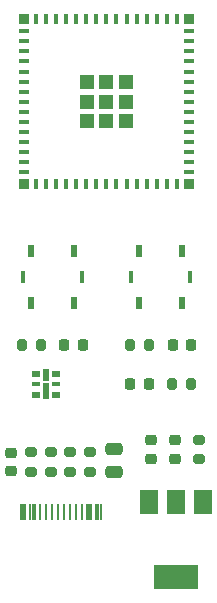
<source format=gbr>
%TF.GenerationSoftware,KiCad,Pcbnew,6.0.4*%
%TF.CreationDate,2022-04-14T12:40:58+02:00*%
%TF.ProjectId,esp32-s2-mini-1,65737033-322d-4733-922d-6d696e692d31,rev?*%
%TF.SameCoordinates,Original*%
%TF.FileFunction,Paste,Top*%
%TF.FilePolarity,Positive*%
%FSLAX46Y46*%
G04 Gerber Fmt 4.6, Leading zero omitted, Abs format (unit mm)*
G04 Created by KiCad (PCBNEW 6.0.4) date 2022-04-14 12:40:58*
%MOMM*%
%LPD*%
G01*
G04 APERTURE LIST*
G04 Aperture macros list*
%AMRoundRect*
0 Rectangle with rounded corners*
0 $1 Rounding radius*
0 $2 $3 $4 $5 $6 $7 $8 $9 X,Y pos of 4 corners*
0 Add a 4 corners polygon primitive as box body*
4,1,4,$2,$3,$4,$5,$6,$7,$8,$9,$2,$3,0*
0 Add four circle primitives for the rounded corners*
1,1,$1+$1,$2,$3*
1,1,$1+$1,$4,$5*
1,1,$1+$1,$6,$7*
1,1,$1+$1,$8,$9*
0 Add four rect primitives between the rounded corners*
20,1,$1+$1,$2,$3,$4,$5,0*
20,1,$1+$1,$4,$5,$6,$7,0*
20,1,$1+$1,$6,$7,$8,$9,0*
20,1,$1+$1,$8,$9,$2,$3,0*%
G04 Aperture macros list end*
%ADD10R,1.500000X2.000000*%
%ADD11R,3.800000X2.000000*%
%ADD12RoundRect,0.200000X0.200000X0.275000X-0.200000X0.275000X-0.200000X-0.275000X0.200000X-0.275000X0*%
%ADD13RoundRect,0.200000X-0.275000X0.200000X-0.275000X-0.200000X0.275000X-0.200000X0.275000X0.200000X0*%
%ADD14RoundRect,0.225000X0.250000X-0.225000X0.250000X0.225000X-0.250000X0.225000X-0.250000X-0.225000X0*%
%ADD15RoundRect,0.250000X0.475000X-0.250000X0.475000X0.250000X-0.475000X0.250000X-0.475000X-0.250000X0*%
%ADD16RoundRect,0.225000X0.225000X0.250000X-0.225000X0.250000X-0.225000X-0.250000X0.225000X-0.250000X0*%
%ADD17R,0.450000X1.000000*%
%ADD18R,0.600000X1.000000*%
%ADD19RoundRect,0.218750X-0.256250X0.218750X-0.256250X-0.218750X0.256250X-0.218750X0.256250X0.218750X0*%
%ADD20RoundRect,0.218750X0.218750X0.256250X-0.218750X0.256250X-0.218750X-0.256250X0.218750X-0.256250X0*%
%ADD21R,0.250000X1.450000*%
%ADD22R,0.300000X1.450000*%
%ADD23R,0.812800X0.406400*%
%ADD24R,0.406400X0.812800*%
%ADD25R,1.193800X1.193800*%
%ADD26R,0.812800X0.812800*%
%ADD27RoundRect,0.200000X0.275000X-0.200000X0.275000X0.200000X-0.275000X0.200000X-0.275000X-0.200000X0*%
%ADD28R,0.500000X1.000000*%
%ADD29R,0.800000X0.500000*%
%ADD30R,0.800000X0.300000*%
%ADD31R,0.500000X1.480000*%
G04 APERTURE END LIST*
D10*
%TO.C,U2*%
X159300000Y-127660000D03*
X157000000Y-127660000D03*
X154700000Y-127660000D03*
D11*
X157000000Y-133960000D03*
%TD*%
D12*
%TO.C,R1*%
X154749000Y-114300000D03*
X153099000Y-114300000D03*
%TD*%
D13*
%TO.C,R4*%
X149730000Y-123402011D03*
X149730000Y-125052011D03*
%TD*%
%TO.C,R3*%
X144780000Y-123402011D03*
X144780000Y-125052011D03*
%TD*%
D14*
%TO.C,C5*%
X154940000Y-123965000D03*
X154940000Y-122415000D03*
%TD*%
D12*
%TO.C,R2*%
X145605000Y-114300000D03*
X143955000Y-114300000D03*
%TD*%
D15*
%TO.C,C4*%
X151730000Y-125077011D03*
X151730000Y-123177011D03*
%TD*%
D13*
%TO.C,R6*%
X148080000Y-123402011D03*
X148080000Y-125052011D03*
%TD*%
D16*
%TO.C,C2*%
X149111000Y-114300000D03*
X147561000Y-114300000D03*
%TD*%
D17*
%TO.C,BOOT1*%
X149083000Y-108585000D03*
X144033000Y-108585000D03*
D18*
X144708000Y-106385000D03*
X144708000Y-110785000D03*
X148408000Y-106385000D03*
X148408000Y-110785000D03*
%TD*%
D19*
%TO.C,D1*%
X156972000Y-122402500D03*
X156972000Y-123977500D03*
%TD*%
D20*
%TO.C,D2*%
X154711500Y-117602000D03*
X153136500Y-117602000D03*
%TD*%
D21*
%TO.C,J2*%
X143895000Y-128504000D03*
X144695000Y-128504000D03*
X146020000Y-128504000D03*
X147020000Y-128504000D03*
X147520000Y-128504000D03*
X148520000Y-128504000D03*
X149845000Y-128504000D03*
X150645000Y-128504000D03*
D22*
X150370000Y-128504000D03*
X149570000Y-128504000D03*
D21*
X149020000Y-128504000D03*
X148020000Y-128504000D03*
X146520000Y-128504000D03*
X145520000Y-128504000D03*
D22*
X144970000Y-128504000D03*
X144170000Y-128504000D03*
%TD*%
D23*
%TO.C,U1*%
X144130001Y-87778514D03*
X144130001Y-88628515D03*
X144130001Y-89478515D03*
X144130001Y-90328514D03*
X144130001Y-91178515D03*
X144130001Y-92028515D03*
X144130001Y-92878514D03*
X144130001Y-93728515D03*
X144130001Y-94578515D03*
X144130001Y-95428514D03*
X144130001Y-96278515D03*
X144130001Y-97128515D03*
X144130001Y-97978514D03*
X144130001Y-98828515D03*
X144130001Y-99678515D03*
D24*
X145179999Y-100728513D03*
X146030000Y-100728513D03*
X146880001Y-100728513D03*
X147729999Y-100728513D03*
X148580000Y-100728513D03*
X149430001Y-100728513D03*
X150279999Y-100728513D03*
X151130000Y-100728513D03*
X151980001Y-100728513D03*
X152829999Y-100728513D03*
X153680000Y-100728513D03*
X154530001Y-100728513D03*
X155379999Y-100728513D03*
X156230000Y-100728513D03*
X157080001Y-100728513D03*
D23*
X158129999Y-99678515D03*
X158129999Y-98828515D03*
X158129999Y-97978514D03*
X158129999Y-97128515D03*
X158129999Y-96278515D03*
X158129999Y-95428514D03*
X158129999Y-94578515D03*
X158129999Y-93728515D03*
X158129999Y-92878514D03*
X158129999Y-92028515D03*
X158129999Y-91178515D03*
X158129999Y-90328514D03*
X158129999Y-89478515D03*
X158129999Y-88628515D03*
X158129999Y-87778514D03*
D24*
X157080001Y-86728516D03*
X156230000Y-86728516D03*
X155379999Y-86728516D03*
X154530001Y-86728516D03*
X153680000Y-86728516D03*
X152829999Y-86728516D03*
X151980001Y-86728516D03*
X151130000Y-86728516D03*
X150279999Y-86728516D03*
X149430001Y-86728516D03*
X148580000Y-86728516D03*
X147729999Y-86728516D03*
X146880001Y-86728516D03*
X146030000Y-86728516D03*
X145179999Y-86728516D03*
D25*
X151130000Y-93728515D03*
D26*
X144130001Y-86728516D03*
X144130001Y-100728516D03*
X158129999Y-100728516D03*
X158129999Y-86728516D03*
D25*
X149480000Y-92078515D03*
X151130000Y-92078515D03*
X152780000Y-92078515D03*
X149480000Y-93728515D03*
X152780000Y-93728515D03*
X149480000Y-95378515D03*
X151130000Y-95378515D03*
X152780000Y-95378515D03*
%TD*%
D12*
%TO.C,R8*%
X158305000Y-117602000D03*
X156655000Y-117602000D03*
%TD*%
D13*
%TO.C,R5*%
X146430000Y-123402011D03*
X146430000Y-125052011D03*
%TD*%
D16*
%TO.C,C1*%
X158305000Y-114300000D03*
X156755000Y-114300000D03*
%TD*%
D17*
%TO.C,RESET1*%
X153177000Y-108585000D03*
X158227000Y-108585000D03*
D18*
X153852000Y-106385000D03*
X153852000Y-110785000D03*
X157552000Y-106385000D03*
X157552000Y-110785000D03*
%TD*%
D14*
%TO.C,C3*%
X143030000Y-125002011D03*
X143030000Y-123452011D03*
%TD*%
D27*
%TO.C,R7*%
X159004000Y-124015000D03*
X159004000Y-122365000D03*
%TD*%
D28*
%TO.C,D3*%
X146050000Y-116840000D03*
D29*
X145200000Y-116770000D03*
D30*
X145200000Y-117670000D03*
D29*
X145200000Y-118570000D03*
X146900000Y-118570000D03*
D30*
X146900000Y-117670000D03*
D31*
X146050000Y-118260000D03*
D29*
X146900000Y-116770000D03*
%TD*%
M02*

</source>
